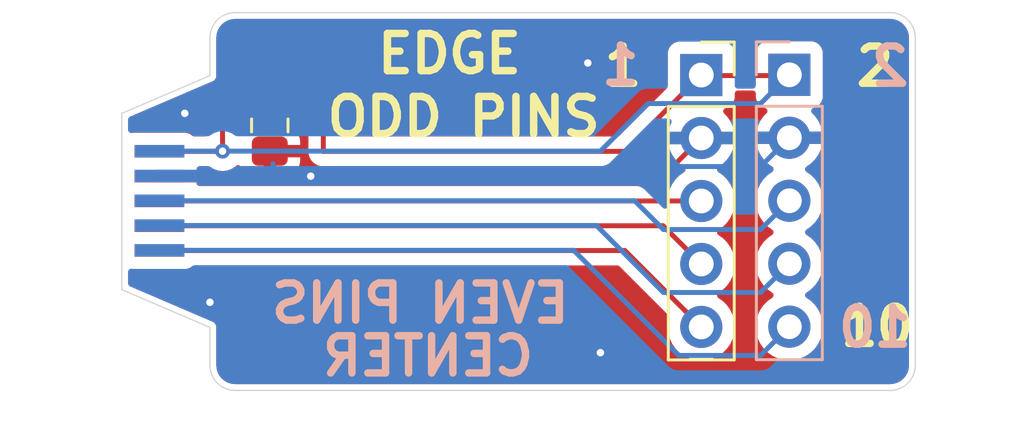
<source format=kicad_pcb>
(kicad_pcb (version 20240108) (generator "pcbnew") (generator_version "8.0")
  (layers (0 "F.Cu" signal) (31 "B.Cu" signal) (34 "B.Paste" user) (35 "F.Paste" user) (36 "B.SilkS" user "B.Silkscreen") (37 "F.SilkS" user "F.Silkscreen") (38 "B.Mask" user) (39 "F.Mask" user) (44 "Edge.Cuts" user))
  (net 0 "")
  (net 1 "Net-(J1-Pin_3)")
  (net 2 "Net-(J1-Pin_4)")
  (net 3 "/SLEEP")
  (net 4 "/SCL")
  (net 5 "/Vcc")
  (net 6 "/GND")
  (net 7 "/RESET")
  (net 8 "/SDA")
  (footprint "Connector_PinHeader_1.00mm:PinHeader_2x05_P1.00mm_Vertical_SMD" (layer "F.Cu") (at 149.874555 95.941493)
    (property "Reference" "J3" (hide yes))
    (property "Value" "Conn_01x05_Pin")
    (pad "1" smd rect (at -0.0254 -1.952) (size 2 0.5) (layers "F.Cu" "F.Paste" "F.Mask") (net 5 "/Vcc"))
    (pad "2" smd rect (at -0.0254 -0.952) (size 2 0.5) (layers "F.Cu" "F.Paste" "F.Mask") (net 6 "/GND"))
    (pad "3" smd rect (at -0.0254 0.048) (size 2 0.5) (layers "F.Cu" "F.Paste" "F.Mask") (net 7 "/RESET"))
    (pad "4" smd rect (at -0.0254 1.048) (size 2 0.5) (layers "F.Cu" "F.Paste" "F.Mask") (net 4 "/SCL"))
    (pad "5" smd rect (at -0.0254 2.048) (size 2 0.5) (layers "F.Cu" "F.Paste" "F.Mask") (net 8 "/SDA"))
  )
  (footprint "Capacitor_SMD:C_0805_2012Metric_Pad1.18x1.45mm_HandSolder" (layer "F.Cu") (at 154.305 92.9425 -90)
    (property "Reference" "C2" (hide yes))
    (property "Value" "10 uF")
    (fp_line (start -0.261252 0.735) (end 0.261252 0.735) (stroke (width 0.12)) (layer "F.SilkS"))
    (fp_line (start -0.261252 -0.735) (end 0.261252 -0.735) (stroke (width 0.12)) (layer "F.SilkS"))
    (pad "1" smd roundrect (at -1.0375 0 270) (size 1.175 1.45) (layers "F.Cu" "F.Paste" "F.Mask") (roundrect_rratio 0.212766) (net 5 "/Vcc"))
    (pad "2" smd roundrect (at 1.0375 0 270) (size 1.175 1.45) (layers "F.Cu" "F.Paste" "F.Mask") (roundrect_rratio 0.212766) (net 6 "/GND"))
  )
  (footprint "Connector_PinSocket_2.54mm:PinSocket_1x05_P2.54mm_Vertical" (layer "F.Cu") (at 171.707474 90.910525)
    (property "Reference" "J4" (hide yes))
    (property "Value" "Conn_01x05_Socket")
    (fp_line (start -1.33 1.27) (end -1.33 11.49) (stroke (width 0.12)) (layer "F.SilkS"))
    (fp_line (start -1.33 1.27) (end 1.33 1.27) (stroke (width 0.12)) (layer "F.SilkS"))
    (fp_line (start -1.33 11.49) (end 1.33 11.49) (stroke (width 0.12)) (layer "F.SilkS"))
    (fp_line (start 0 -1.33) (end 1.33 -1.33) (stroke (width 0.12)) (layer "F.SilkS"))
    (fp_line (start 1.33 -1.33) (end 1.33 0) (stroke (width 0.12)) (layer "F.SilkS"))
    (fp_line (start 1.33 1.27) (end 1.33 11.49) (stroke (width 0.12)) (layer "F.SilkS"))
    (pad "1" thru_hole rect (at 0 0) (size 1.7 1.7) (drill 1) (layers "*.Cu" "*.Mask") (net 5 "/Vcc"))
    (pad "2" thru_hole oval (at 0 2.54) (size 1.7 1.7) (drill 1) (layers "*.Cu" "*.Mask") (net 6 "/GND"))
    (pad "3" thru_hole oval (at 0 5.08) (size 1.7 1.7) (drill 1) (layers "*.Cu" "*.Mask") (net 7 "/RESET"))
    (pad "4" thru_hole oval (at 0 7.62) (size 1.7 1.7) (drill 1) (layers "*.Cu" "*.Mask") (net 4 "/SCL"))
    (pad "5" thru_hole oval (at 0 10.16) (size 1.7 1.7) (drill 1) (layers "*.Cu" "*.Mask") (net 8 "/SDA"))
  )
  (footprint "Connector_PinHeader_1.00mm:PinHeader_2x05_P1.00mm_Vertical_SMD" (layer "B.Cu") (at 149.86 96.0054 180)
    (property "Reference" "J1" (hide yes))
    (property "Value" "Conn_01x05_Pin")
    (pad "1" smd rect (at 0 2.0254 180) (size 2 0.5) (layers "B.Cu" "B.Paste" "B.Mask") (net 5 "/Vcc"))
    (pad "2" smd rect (at 0 1.0254 180) (size 2 0.5) (layers "B.Cu" "B.Paste" "B.Mask") (net 6 "/GND"))
    (pad "3" smd rect (at 0 0.0254 180) (size 2 0.5) (layers "B.Cu" "B.Paste" "B.Mask") (net 1 "Net-(J1-Pin_3)"))
    (pad "4" smd rect (at 0 -0.9746 180) (size 2 0.5) (layers "B.Cu" "B.Paste" "B.Mask") (net 2 "Net-(J1-Pin_4)"))
    (pad "5" smd rect (at 0 -1.9746 180) (size 2 0.5) (layers "B.Cu" "B.Paste" "B.Mask") (net 3 "/SLEEP"))
  )
  (footprint "Connector_PinSocket_2.54mm:PinSocket_1x05_P2.54mm_Vertical" (layer "B.Cu") (at 175.26 90.900765 180)
    (property "Reference" "J2" (hide yes))
    (property "Value" "Conn_01x05_Socket")
    (fp_line (start 1.33 1.33) (end 1.33 0) (stroke (width 0.12)) (layer "B.SilkS"))
    (fp_line (start 1.33 -1.27) (end 1.33 -11.49) (stroke (width 0.12)) (layer "B.SilkS"))
    (fp_line (start 0 1.33) (end 1.33 1.33) (stroke (width 0.12)) (layer "B.SilkS"))
    (fp_line (start -1.33 -1.27) (end 1.33 -1.27) (stroke (width 0.12)) (layer "B.SilkS"))
    (fp_line (start -1.33 -1.27) (end -1.33 -11.49) (stroke (width 0.12)) (layer "B.SilkS"))
    (fp_line (start -1.33 -11.49) (end 1.33 -11.49) (stroke (width 0.12)) (layer "B.SilkS"))
    (pad "1" thru_hole rect (at 0 0 180) (size 1.7 1.7) (drill 1) (layers "*.Cu" "*.Mask") (net 5 "/Vcc"))
    (pad "2" thru_hole oval (at 0 -2.54 180) (size 1.7 1.7) (drill 1) (layers "*.Cu" "*.Mask") (net 6 "/GND"))
    (pad "3" thru_hole oval (at 0 -5.08 180) (size 1.7 1.7) (drill 1) (layers "*.Cu" "*.Mask") (net 1 "Net-(J1-Pin_3)"))
    (pad "4" thru_hole oval (at 0 -7.62 180) (size 1.7 1.7) (drill 1) (layers "*.Cu" "*.Mask") (net 2 "Net-(J1-Pin_4)"))
    (pad "5" thru_hole oval (at 0 -10.16 180) (size 1.7 1.7) (drill 1) (layers "*.Cu" "*.Mask") (net 3 "/SLEEP"))
  )
  (gr_line (start 171.704 90.932) (end 175.26 90.932) (stroke (width 0.2)) (layer "F.Cu") (net 5))
  (gr_line (start 180.34 89.408) (end 180.34 102.616) (stroke (width 0.05)) (layer "Edge.Cuts"))
  (gr_line (start 152.908 103.632) (end 179.324 103.632) (stroke (width 0.05)) (layer "Edge.Cuts"))
  (gr_arc (start 179.324 88.392) (mid 180.04242 88.68958) (end 180.34 89.408) (stroke (width 0.05)) (layer "Edge.Cuts"))
  (gr_line (start 151.892 90.932) (end 151.892 89.408) (stroke (width 0.05)) (layer "Edge.Cuts"))
  (gr_arc (start 152.908 103.632) (mid 152.18958 103.33442) (end 151.892 102.616) (stroke (width 0.05)) (layer "Edge.Cuts"))
  (gr_line (start 148.336 92.456) (end 148.336 99.568) (stroke (width 0.05)) (layer "Edge.Cuts"))
  (gr_line (start 148.336 99.568) (end 151.892 101.092) (stroke (width 0.05)) (layer "Edge.Cuts"))
  (gr_line (start 151.892 90.932) (end 148.336 92.456) (stroke (width 0.05)) (layer "Edge.Cuts"))
  (gr_line (start 151.892 101.092) (end 151.892 102.616) (stroke (width 0.05)) (layer "Edge.Cuts"))
  (gr_arc (start 151.892 89.408) (mid 152.18958 88.68958) (end 152.908 88.392) (stroke (width 0.05)) (layer "Edge.Cuts"))
  (gr_line (start 152.908 88.392) (end 179.324 88.392) (stroke (width 0.05)) (layer "Edge.Cuts"))
  (gr_arc (start 180.34 102.616) (mid 180.04242 103.33442) (end 179.324 103.632) (stroke (width 0.05)) (layer "Edge.Cuts"))
  (gr_text "CENTER\n" (at 165.1 103.124 0) (layer "B.SilkS") (effects (font (size 1.5 1.5) (thickness 0.3) (bold yes)) (justify left bottom mirror)))
  (gr_text "2" (at 180.237617 91.438265 0) (layer "B.SilkS") (effects (font (size 1.5 1.5) (thickness 0.3) (bold yes)) (justify left bottom mirror)))
  (gr_text "1" (at 169.36182 91.399004 0) (layer "B.SilkS") (effects (font (size 1.5 1.5) (thickness 0.3) (bold yes)) (justify left bottom mirror)))
  (gr_text "10" (at 180.339998 101.96397 0) (layer "B.SilkS") (effects (font (size 1.5 1.5) (thickness 0.3) (bold yes)) (justify left bottom mirror)))
  (gr_text "EVEN PINS" (at 166.538319 100.993738 0) (layer "B.SilkS") (effects (font (size 1.5 1.5) (thickness 0.3) (bold yes)) (justify left bottom mirror)))
  (gr_text "2" (at 177.8 91.44 0) (layer "F.SilkS") (effects (font (size 1.5 1.5) (thickness 0.3) (bold yes)) (justify left bottom)))
  (gr_text "1" (at 167.64 91.44 0) (layer "F.SilkS") (effects (font (size 1.5 1.5) (thickness 0.3) (bold yes)) (justify left bottom)))
  (gr_text "EDGE" (at 158.496 90.932 0) (layer "F.SilkS") (effects (font (size 1.5 1.5) (thickness 0.3) (bold yes)) (justify left bottom)))
  (gr_text "10" (at 177.176603 101.93317 0) (layer "F.SilkS") (effects (font (size 1.5 1.5) (thickness 0.3) (bold yes)) (justify left bottom)))
  (gr_text "ODD PINS" (at 156.464 93.472 0) (layer "F.SilkS") (effects (font (size 1.5 1.5) (thickness 0.3) (bold yes)) (justify left bottom)))
  (segment (start 169.019475 95.98) (end 170.18 97.140525) (width 0.2) (layer "B.Cu") (net 1))
  (segment (start 170.18 97.140525) (end 174.10024 97.140525) (width 0.2) (layer "B.Cu") (net 1))
  (segment (start 174.10024 97.140525) (end 175.26 95.980765) (width 0.2) (layer "B.Cu") (net 1))
  (segment (start 149.86 95.98) (end 169.019475 95.98) (width 0.2) (layer "B.Cu") (net 1))
  (segment (start 167.479475 96.98) (end 170.18 99.680525) (width 0.2) (layer "B.Cu") (net 2))
  (segment (start 170.18 99.680525) (end 174.10024 99.680525) (width 0.2) (layer "B.Cu") (net 2))
  (segment (start 149.86 96.98) (end 167.479475 96.98) (width 0.2) (layer "B.Cu") (net 2))
  (segment (start 174.10024 99.680525) (end 175.26 98.520765) (width 0.2) (layer "B.Cu") (net 2))
  (segment (start 149.86 97.98) (end 166.56 97.98) (width 0.2) (layer "B.Cu") (net 3))
  (segment (start 174.10024 102.220525) (end 175.26 101.060765) (width 0.2) (layer "B.Cu") (net 3))
  (segment (start 166.56 97.98) (end 170.800525 102.220525) (width 0.2) (layer "B.Cu") (net 3))
  (segment (start 170.800525 102.220525) (end 174.10024 102.220525) (width 0.2) (layer "B.Cu") (net 3))
  (segment (start 170.166442 96.989493) (end 171.707474 98.530525) (width 0.2) (layer "F.Cu") (net 4))
  (segment (start 149.849155 96.989493) (end 170.166442 96.989493) (width 0.2) (layer "F.Cu") (net 4))
  (segment (start 152.4 93.989493) (end 152.4 93.98) (width 0.2) (layer "F.Cu") (net 5))
  (segment (start 152.4 92.118) (end 152.485 92.033) (width 0.2) (layer "F.Cu") (net 5))
  (segment (start 156.464 93.989493) (end 156.464 91.948) (width 0.2) (layer "F.Cu") (net 5))
  (segment (start 152.4 93.98) (end 152.4 93.472) (width 0.2) (layer "F.Cu") (net 5))
  (segment (start 152.4 93.472) (end 152.4 92.118) (width 0.2) (layer "F.Cu") (net 5))
  (segment (start 152.485 92.033) (end 152.57 91.948) (width 0.2) (layer "F.Cu") (net 5))
  (segment (start 156.464 93.989493) (end 168.628506 93.989493) (width 0.2) (layer "F.Cu") (net 5))
  (segment (start 152.57 91.948) (end 154.305 91.948) (width 0.2) (layer "F.Cu") (net 5))
  (segment (start 154.475 91.948) (end 156.464 91.948) (width 0.2) (layer "F.Cu") (net 5))
  (segment (start 149.849155 93.989493) (end 152.4 93.989493) (width 0.2) (layer "F.Cu") (net 5))
  (segment (start 168.628506 93.989493) (end 171.707474 90.910525) (width 0.2) (layer "F.Cu") (net 5))
  (via (at 152.4 93.98) (size 0.6) (drill 0.3) (layers "F.Cu" "B.Cu") (net 5))
  (segment (start 149.86 93.98) (end 167.64 93.98) (width 0.2) (layer "B.Cu") (net 5))
  (segment (start 174.10024 92.060525) (end 175.26 90.900765) (width 0.2) (layer "B.Cu") (net 5))
  (segment (start 169.559475 92.060525) (end 174.10024 92.060525) (width 0.2) (layer "B.Cu") (net 5))
  (segment (start 167.64 93.98) (end 169.559475 92.060525) (width 0.2) (layer "B.Cu") (net 5))
  (segment (start 155.956 94.989493) (end 170.168506 94.989493) (width 0.2) (layer "F.Cu") (net 6))
  (segment (start 154.432 94.989493) (end 155.956 94.989493) (width 0.2) (layer "F.Cu") (net 6))
  (segment (start 154.432 94.989493) (end 154.432 94.107) (width 0.2) (layer "F.Cu") (net 6))
  (segment (start 170.168506 94.989493) (end 171.707474 93.450525) (width 0.2) (layer "F.Cu") (net 6))
  (segment (start 149.849155 94.989493) (end 154.432 94.989493) (width 0.2) (layer "F.Cu") (net 6))
  (segment (start 154.432 94.107) (end 154.305 93.98) (width 0.2) (layer "F.Cu") (net 6))
  (via (at 167.64 102.108) (size 0.6) (drill 0.3) (layers "F.Cu" "B.Cu") (net 6))
  (via (at 150.876 92.456) (size 0.6) (drill 0.3) (layers "F.Cu" "B.Cu") (net 6))
  (via (at 167.132 90.424) (size 0.6) (drill 0.3) (layers "F.Cu" "B.Cu") (net 6))
  (via (at 151.892 100.076) (size 0.6) (drill 0.3) (layers "F.Cu" "B.Cu") (net 6))
  (via (at 155.956 94.989493) (size 0.6) (drill 0.3) (layers "F.Cu" "B.Cu") (net 6))
  (segment (start 149.86 94.98) (end 154.432 94.98) (width 0.2) (layer "B.Cu") (net 6))
  (segment (start 174.10024 94.600525) (end 175.26 93.440765) (width 0.2) (layer "B.Cu") (net 6))
  (segment (start 154.432 94.98) (end 169.800525 94.98) (width 0.2) (layer "B.Cu") (net 6))
  (segment (start 170.18 94.600525) (end 174.10024 94.600525) (width 0.2) (layer "B.Cu") (net 6))
  (segment (start 169.800525 94.98) (end 170.18 94.600525) (width 0.2) (layer "B.Cu") (net 6))
  (segment (start 154.432 94.98) (end 154.432 94.488) (width 0.2) (layer "B.Cu") (net 6))
  (segment (start 171.706442 95.989493) (end 171.707474 95.990525) (width 0.2) (layer "F.Cu") (net 7))
  (segment (start 149.849155 95.989493) (end 171.706442 95.989493) (width 0.2) (layer "F.Cu") (net 7))
  (segment (start 168.626442 97.989493) (end 171.707474 101.070525) (width 0.2) (layer "F.Cu") (net 8))
  (segment (start 149.849155 97.989493) (end 168.626442 97.989493) (width 0.2) (layer "F.Cu") (net 8))
  (zone (net 6) (net_name "/GND") (layer "F.Cu") (connect_pads (clearance 0.5)) (min_thickness 0.25) (fill yes (thermal_gap 0.5) (thermal_bridge_width 0.5))
    (polygon (pts (xy 147.32 87.884) (xy 181.356 87.884) (xy 181.356 105.156) (xy 147.32 105.156)))
  )
  (zone (net 6) (net_name "/GND") (layer "B.Cu") (priority 1) (connect_pads (clearance 0.5)) (min_thickness 0.25) (fill yes (thermal_gap 0.5) (thermal_bridge_width 0.5))
    (polygon (pts (xy 147.32 87.884) (xy 181.356 87.884) (xy 181.356 105.156) (xy 147.32 105.156)))
  )
)
</source>
